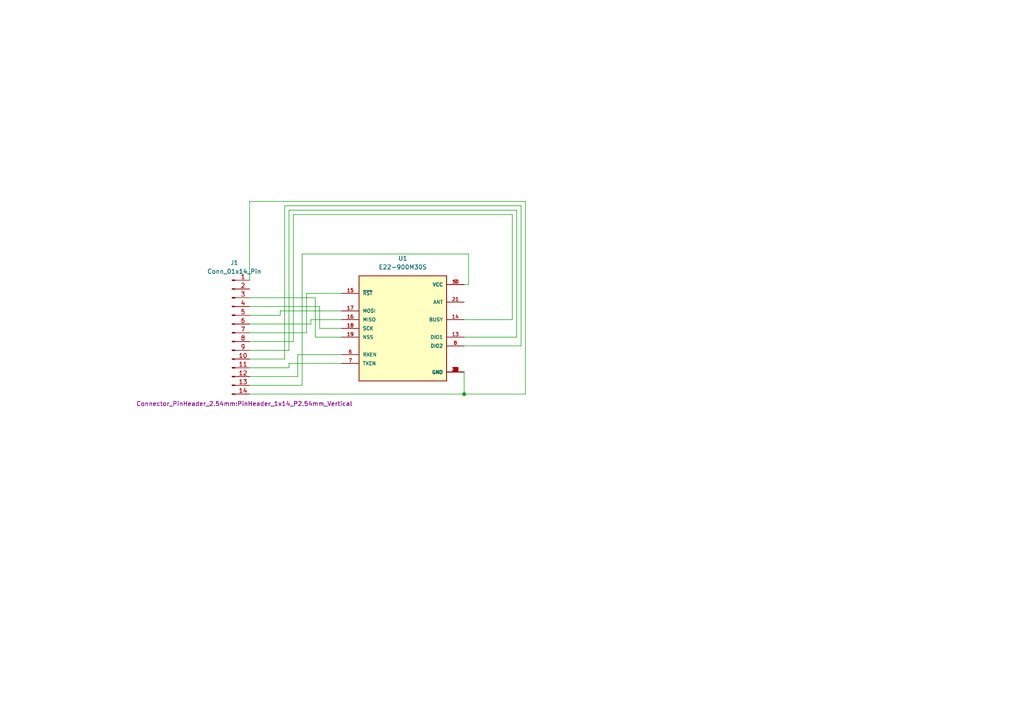
<source format=kicad_sch>
(kicad_sch (version 20250114) (generator "eeschema") (generator_version "9.0")
  (paper "A4")
  (lib_symbols
    (symbol "Connector:Conn_01x14_Pin" (pin_names (offset 1.016) (hide yes))
      (property "Reference" "J" (at 0 17.78 0))
      (property "Value" "Conn_01x14_Pin" (at 0 -20.32 0))
      (symbol "Conn_01x14_Pin_1_1"
        (rectangle (start 0.8636 15.367) (end 0 15.113) (stroke (width 0.1524)) (fill (type outline)))
        (rectangle (start 0.8636 12.827) (end 0 12.573) (stroke (width 0.1524)) (fill (type outline)))
        (rectangle (start 0.8636 10.287) (end 0 10.033) (stroke (width 0.1524)) (fill (type outline)))
        (rectangle (start 0.8636 7.747) (end 0 7.493) (stroke (width 0.1524)) (fill (type outline)))
        (rectangle (start 0.8636 5.207) (end 0 4.953) (stroke (width 0.1524)) (fill (type outline)))
        (rectangle (start 0.8636 2.667) (end 0 2.413) (stroke (width 0.1524)) (fill (type outline)))
        (rectangle (start 0.8636 0.127) (end 0 -0.127) (stroke (width 0.1524)) (fill (type outline)))
        (rectangle (start 0.8636 -2.413) (end 0 -2.667) (stroke (width 0.1524)) (fill (type outline)))
        (rectangle (start 0.8636 -4.953) (end 0 -5.207) (stroke (width 0.1524)) (fill (type outline)))
        (rectangle (start 0.8636 -7.493) (end 0 -7.747) (stroke (width 0.1524)) (fill (type outline)))
        (rectangle (start 0.8636 -10.033) (end 0 -10.287) (stroke (width 0.1524)) (fill (type outline)))
        (rectangle (start 0.8636 -12.573) (end 0 -12.827) (stroke (width 0.1524)) (fill (type outline)))
        (rectangle (start 0.8636 -15.113) (end 0 -15.367) (stroke (width 0.1524)) (fill (type outline)))
        (rectangle (start 0.8636 -17.653) (end 0 -17.907) (stroke (width 0.1524)) (fill (type outline)))
        (polyline (pts (xy 1.27 15.24) (xy 0.8636 15.24)) (stroke (width 0.1524)))
        (polyline (pts (xy 1.27 12.7) (xy 0.8636 12.7)) (stroke (width 0.1524)))
        (polyline (pts (xy 1.27 10.16) (xy 0.8636 10.16)) (stroke (width 0.1524)))
        (polyline (pts (xy 1.27 7.62) (xy 0.8636 7.62)) (stroke (width 0.1524)))
        (polyline (pts (xy 1.27 5.08) (xy 0.8636 5.08)) (stroke (width 0.1524)))
        (polyline (pts (xy 1.27 2.54) (xy 0.8636 2.54)) (stroke (width 0.1524)))
        (polyline (pts (xy 1.27 0) (xy 0.8636 0)) (stroke (width 0.1524)))
        (polyline (pts (xy 1.27 -2.54) (xy 0.8636 -2.54)) (stroke (width 0.1524)))
        (polyline (pts (xy 1.27 -5.08) (xy 0.8636 -5.08)) (stroke (width 0.1524)))
        (polyline (pts (xy 1.27 -7.62) (xy 0.8636 -7.62)) (stroke (width 0.1524)))
        (polyline (pts (xy 1.27 -10.16) (xy 0.8636 -10.16)) (stroke (width 0.1524)))
        (polyline (pts (xy 1.27 -12.7) (xy 0.8636 -12.7)) (stroke (width 0.1524)))
        (polyline (pts (xy 1.27 -15.24) (xy 0.8636 -15.24)) (stroke (width 0.1524)))
        (polyline (pts (xy 1.27 -17.78) (xy 0.8636 -17.78)) (stroke (width 0.1524)))
        (pin passive line (at 5.08 15.24 180) (length 3.81) (name "Pin_1") (number "1"))
        (pin passive line (at 5.08 12.7 180) (length 3.81) (name "Pin_2") (number "2"))
        (pin passive line (at 5.08 10.16 180) (length 3.81) (name "Pin_3") (number "3"))
        (pin passive line (at 5.08 7.62 180) (length 3.81) (name "Pin_4") (number "4"))
        (pin passive line (at 5.08 5.08 180) (length 3.81) (name "Pin_5") (number "5"))
        (pin passive line (at 5.08 2.54 180) (length 3.81) (name "Pin_6") (number "6"))
        (pin passive line (at 5.08 0 180) (length 3.81) (name "Pin_7") (number "7"))
        (pin passive line (at 5.08 -2.54 180) (length 3.81) (name "Pin_8") (number "8"))
        (pin passive line (at 5.08 -5.08 180) (length 3.81) (name "Pin_9") (number "9"))
        (pin passive line (at 5.08 -7.62 180) (length 3.81) (name "Pin_10") (number "10"))
        (pin passive line (at 5.08 -10.16 180) (length 3.81) (name "Pin_11") (number "11"))
        (pin passive line (at 5.08 -12.7 180) (length 3.81) (name "Pin_12") (number "12"))
        (pin passive line (at 5.08 -15.24 180) (length 3.81) (name "Pin_13") (number "13"))
        (pin passive line (at 5.08 -17.78 180) (length 3.81) (name "Pin_14") (number "14"))
      )
    )
    (symbol "E22-900M30S:E22-900M30S" (pin_names (offset 1.016))
      (property "Reference" "U" (at -12.7 16.002 0))
      (property "Value" "E22-900M30S" (at -12.7 -17.78 0))
      (symbol "E22-900M30S_0_0"
        (rectangle (start -12.7 -15.24) (end 12.7 15.24) (stroke (width 0.254)) (fill (type background)))
        (pin input line (at -17.78 10.16 0) (length 5.08) (name "~{RST}") (number "15"))
        (pin input line (at -17.78 5.08 0) (length 5.08) (name "MOSI") (number "17"))
        (pin output line (at -17.78 2.54 0) (length 5.08) (name "MISO") (number "16"))
        (pin input line (at -17.78 0 0) (length 5.08) (name "SCK") (number "18"))
        (pin input line (at -17.78 -2.54 0) (length 5.08) (name "NSS") (number "19"))
        (pin input line (at -17.78 -7.62 0) (length 5.08) (name "RXEN") (number "6"))
        (pin input line (at -17.78 -10.16 0) (length 5.08) (name "TXEN") (number "7"))
        (pin power_in line (at 17.78 12.7 180) (length 5.08) (name "VCC") (number "10"))
        (pin power_in line (at 17.78 12.7 180) (length 5.08) (name "VCC") (number "9"))
        (pin output line (at 17.78 7.62 180) (length 5.08) (name "ANT") (number "21"))
        (pin output line (at 17.78 2.54 180) (length 5.08) (name "BUSY") (number "14"))
        (pin bidirectional line (at 17.78 -2.54 180) (length 5.08) (name "DIO1") (number "13"))
        (pin bidirectional line (at 17.78 -5.08 180) (length 5.08) (name "DIO2") (number "8"))
        (pin power_in line (at 17.78 -12.7 180) (length 5.08) (name "GND") (number "1"))
        (pin power_in line (at 17.78 -12.7 180) (length 5.08) (name "GND") (number "11"))
        (pin power_in line (at 17.78 -12.7 180) (length 5.08) (name "GND") (number "12"))
        (pin power_in line (at 17.78 -12.7 180) (length 5.08) (name "GND") (number "2"))
        (pin power_in line (at 17.78 -12.7 180) (length 5.08) (name "GND") (number "20"))
        (pin power_in line (at 17.78 -12.7 180) (length 5.08) (name "GND") (number "22"))
        (pin power_in line (at 17.78 -12.7 180) (length 5.08) (name "GND") (number "3"))
        (pin power_in line (at 17.78 -12.7 180) (length 5.08) (name "GND") (number "4"))
        (pin power_in line (at 17.78 -12.7 180) (length 5.08) (name "GND") (number "5"))
      )
    )
  )
  (junction (at 134.62 114.3))
  (wire (pts (xy 82.55 59.69) (xy 82.55 104.14)))
  (wire (pts (xy 86.36 109.22) (xy 72.39 109.22)))
  (wire (pts (xy 91.44 86.36) (xy 72.39 86.36)))
  (wire (pts (xy 149.86 97.79) (xy 149.86 60.96)))
  (wire (pts (xy 99.06 97.79) (xy 91.44 97.79)))
  (wire (pts (xy 91.44 97.79) (xy 91.44 86.36)))
  (wire (pts (xy 99.06 102.87) (xy 86.36 102.87)))
  (wire (pts (xy 90.17 93.98) (xy 72.39 93.98)))
  (wire (pts (xy 72.39 58.42) (xy 152.4 58.42)))
  (wire (pts (xy 99.06 95.25) (xy 92.71 95.25)))
  (wire (pts (xy 82.55 104.14) (xy 72.39 104.14)))
  (wire (pts (xy 85.09 62.23) (xy 85.09 99.06)))
  (wire (pts (xy 135.89 82.55) (xy 135.89 73.66)))
  (wire (pts (xy 152.4 58.42) (xy 152.4 114.3)))
  (wire (pts (xy 134.62 100.33) (xy 151.13 100.33)))
  (wire (pts (xy 88.9 85.09) (xy 88.9 96.52)))
  (wire (pts (xy 72.39 81.28) (xy 72.39 58.42)))
  (wire (pts (xy 87.63 111.76) (xy 72.39 111.76)))
  (wire (pts (xy 134.62 92.71) (xy 148.59 92.71)))
  (wire (pts (xy 134.62 82.55) (xy 135.89 82.55)))
  (wire (pts (xy 87.63 73.66) (xy 87.63 111.76)))
  (wire (pts (xy 151.13 59.69) (xy 82.55 59.69)))
  (wire (pts (xy 81.28 90.17) (xy 81.28 91.44)))
  (wire (pts (xy 81.28 91.44) (xy 72.39 91.44)))
  (wire (pts (xy 92.71 95.25) (xy 92.71 88.9)))
  (wire (pts (xy 99.06 92.71) (xy 90.17 92.71)))
  (wire (pts (xy 149.86 60.96) (xy 83.82 60.96)))
  (wire (pts (xy 135.89 73.66) (xy 87.63 73.66)))
  (wire (pts (xy 83.82 105.41) (xy 83.82 106.68)))
  (wire (pts (xy 148.59 62.23) (xy 85.09 62.23)))
  (wire (pts (xy 85.09 99.06) (xy 72.39 99.06)))
  (wire (pts (xy 99.06 90.17) (xy 81.28 90.17)))
  (wire (pts (xy 90.17 92.71) (xy 90.17 93.98)))
  (wire (pts (xy 83.82 60.96) (xy 83.82 101.6)))
  (wire (pts (xy 72.39 96.52) (xy 88.9 96.52)))
  (wire (pts (xy 72.39 114.3) (xy 134.62 114.3)))
  (wire (pts (xy 134.62 107.95) (xy 134.62 114.3)))
  (wire (pts (xy 99.06 85.09) (xy 88.9 85.09)))
  (wire (pts (xy 99.06 105.41) (xy 83.82 105.41)))
  (wire (pts (xy 86.36 102.87) (xy 86.36 109.22)))
  (wire (pts (xy 151.13 100.33) (xy 151.13 59.69)))
  (wire (pts (xy 83.82 101.6) (xy 72.39 101.6)))
  (wire (pts (xy 134.62 97.79) (xy 149.86 97.79)))
  (wire (pts (xy 152.4 114.3) (xy 134.62 114.3)))
  (wire (pts (xy 148.59 92.71) (xy 148.59 62.23)))
  (wire (pts (xy 92.71 88.9) (xy 72.39 88.9)))
  (wire (pts (xy 83.82 106.68) (xy 72.39 106.68)))
  (symbol (lib_id "Connector:Conn_01x14_Pin") (at 67.31 96.52 0) (unit 1)
    (property "Reference" "J1" (at 67.945 76.2 0))
    (property "Value" "Conn_01x14_Pin" (at 67.945 78.74 0))
    (property "Footprint" "Connector_PinHeader_2.54mm:PinHeader_1x14_P2.54mm_Vertical" (at 70.866 117.094 0))
    (property "Description" "Generic connector, single row, 01x14, script generated" (effects (hide yes)))
  )
  (symbol (lib_id "E22-900M30S:E22-900M30S") (at 116.84 95.25 0) (unit 1)
    (property "Reference" "U1" (at 116.84 74.93 0))
    (property "Value" "E22-900M30S" (at 116.84 77.47 0))
    (property "Footprint" "XCVR_E22-900M30S" (effects (hide yes)))
    (property "MF" "EBYTE" (effects (hide yes)))
    (property "MAXIMUM_PACKAGE_HEIGHT" "3.97 mm" (effects (hide yes)))
    (property "Package" "Package" (effects (hide yes)))
    (property "Price" "None" (effects (hide yes)))
    (property "Check_prices" "https://www.snapeda.com/parts/E22-900M30S/EBYTE/view-part/?ref=eda" (effects (hide yes)))
    (property "STANDARD" "Manufacturer Recommendations" (effects (hide yes)))
    (property "PARTREV" "1.2" (effects (hide yes)))
    (property "SnapEDA_Link" "https://www.snapeda.com/parts/E22-900M30S/EBYTE/view-part/?ref=snap" (effects (hide yes)))
    (property "MP" "E22-900M30S" (effects (hide yes)))
    (property "Description_1" "\\n                        \\n                            SX1262 868/915 MHz 1w SPI LoRa Module\\n                        \\n" (effects (hide yes)))
    (property "Availability" "Not in stock" (effects (hide yes)))
    (property "MANUFACTURER" "EBYTE" (effects (hide yes)))
  )
)
</source>
